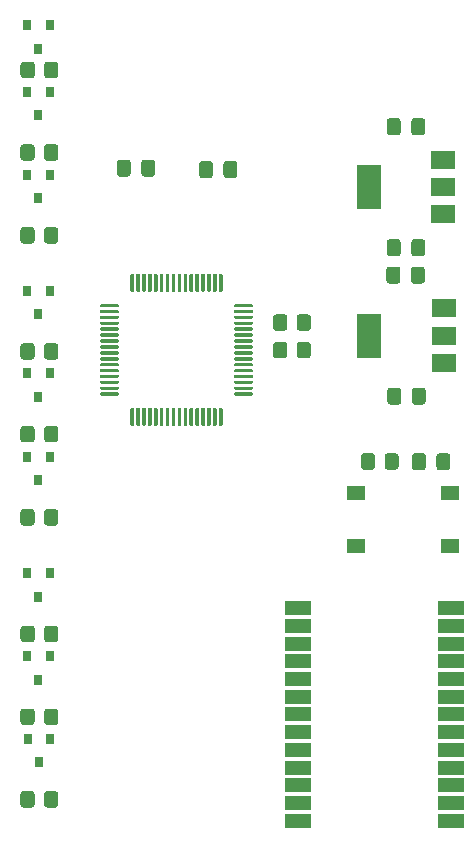
<source format=gbr>
G04 #@! TF.GenerationSoftware,KiCad,Pcbnew,5.1.9*
G04 #@! TF.CreationDate,2021-03-06T22:13:27+08:00*
G04 #@! TF.ProjectId,LaserSwitch-Master,4c617365-7253-4776-9974-63682d4d6173,rev?*
G04 #@! TF.SameCoordinates,Original*
G04 #@! TF.FileFunction,Paste,Top*
G04 #@! TF.FilePolarity,Positive*
%FSLAX46Y46*%
G04 Gerber Fmt 4.6, Leading zero omitted, Abs format (unit mm)*
G04 Created by KiCad (PCBNEW 5.1.9) date 2021-03-06 22:13:27*
%MOMM*%
%LPD*%
G01*
G04 APERTURE LIST*
%ADD10R,2.200000X1.200000*%
%ADD11R,2.000000X1.500000*%
%ADD12R,2.000000X3.800000*%
%ADD13R,1.550000X1.300000*%
%ADD14R,0.800000X0.900000*%
G04 APERTURE END LIST*
G04 #@! TO.C,R11*
G36*
G01*
X137280600Y-93388601D02*
X137280600Y-92488599D01*
G75*
G02*
X137530599Y-92238600I249999J0D01*
G01*
X138230601Y-92238600D01*
G75*
G02*
X138480600Y-92488599I0J-249999D01*
G01*
X138480600Y-93388601D01*
G75*
G02*
X138230601Y-93638600I-249999J0D01*
G01*
X137530599Y-93638600D01*
G75*
G02*
X137280600Y-93388601I0J249999D01*
G01*
G37*
G36*
G01*
X135280600Y-93388601D02*
X135280600Y-92488599D01*
G75*
G02*
X135530599Y-92238600I249999J0D01*
G01*
X136230601Y-92238600D01*
G75*
G02*
X136480600Y-92488599I0J-249999D01*
G01*
X136480600Y-93388601D01*
G75*
G02*
X136230601Y-93638600I-249999J0D01*
G01*
X135530599Y-93638600D01*
G75*
G02*
X135280600Y-93388601I0J249999D01*
G01*
G37*
G04 #@! TD*
G04 #@! TO.C,R12*
G36*
G01*
X136480600Y-94825399D02*
X136480600Y-95725401D01*
G75*
G02*
X136230601Y-95975400I-249999J0D01*
G01*
X135530599Y-95975400D01*
G75*
G02*
X135280600Y-95725401I0J249999D01*
G01*
X135280600Y-94825399D01*
G75*
G02*
X135530599Y-94575400I249999J0D01*
G01*
X136230601Y-94575400D01*
G75*
G02*
X136480600Y-94825399I0J-249999D01*
G01*
G37*
G36*
G01*
X138480600Y-94825399D02*
X138480600Y-95725401D01*
G75*
G02*
X138230601Y-95975400I-249999J0D01*
G01*
X137530599Y-95975400D01*
G75*
G02*
X137280600Y-95725401I0J249999D01*
G01*
X137280600Y-94825399D01*
G75*
G02*
X137530599Y-94575400I249999J0D01*
G01*
X138230601Y-94575400D01*
G75*
G02*
X138480600Y-94825399I0J-249999D01*
G01*
G37*
G04 #@! TD*
G04 #@! TO.C,U4*
G36*
G01*
X132076600Y-91350000D02*
X133476600Y-91350000D01*
G75*
G02*
X133551600Y-91425000I0J-75000D01*
G01*
X133551600Y-91575000D01*
G75*
G02*
X133476600Y-91650000I-75000J0D01*
G01*
X132076600Y-91650000D01*
G75*
G02*
X132001600Y-91575000I0J75000D01*
G01*
X132001600Y-91425000D01*
G75*
G02*
X132076600Y-91350000I75000J0D01*
G01*
G37*
G36*
G01*
X132076600Y-91850000D02*
X133476600Y-91850000D01*
G75*
G02*
X133551600Y-91925000I0J-75000D01*
G01*
X133551600Y-92075000D01*
G75*
G02*
X133476600Y-92150000I-75000J0D01*
G01*
X132076600Y-92150000D01*
G75*
G02*
X132001600Y-92075000I0J75000D01*
G01*
X132001600Y-91925000D01*
G75*
G02*
X132076600Y-91850000I75000J0D01*
G01*
G37*
G36*
G01*
X132076600Y-92350000D02*
X133476600Y-92350000D01*
G75*
G02*
X133551600Y-92425000I0J-75000D01*
G01*
X133551600Y-92575000D01*
G75*
G02*
X133476600Y-92650000I-75000J0D01*
G01*
X132076600Y-92650000D01*
G75*
G02*
X132001600Y-92575000I0J75000D01*
G01*
X132001600Y-92425000D01*
G75*
G02*
X132076600Y-92350000I75000J0D01*
G01*
G37*
G36*
G01*
X132076600Y-92850000D02*
X133476600Y-92850000D01*
G75*
G02*
X133551600Y-92925000I0J-75000D01*
G01*
X133551600Y-93075000D01*
G75*
G02*
X133476600Y-93150000I-75000J0D01*
G01*
X132076600Y-93150000D01*
G75*
G02*
X132001600Y-93075000I0J75000D01*
G01*
X132001600Y-92925000D01*
G75*
G02*
X132076600Y-92850000I75000J0D01*
G01*
G37*
G36*
G01*
X132076600Y-93350000D02*
X133476600Y-93350000D01*
G75*
G02*
X133551600Y-93425000I0J-75000D01*
G01*
X133551600Y-93575000D01*
G75*
G02*
X133476600Y-93650000I-75000J0D01*
G01*
X132076600Y-93650000D01*
G75*
G02*
X132001600Y-93575000I0J75000D01*
G01*
X132001600Y-93425000D01*
G75*
G02*
X132076600Y-93350000I75000J0D01*
G01*
G37*
G36*
G01*
X132076600Y-93850000D02*
X133476600Y-93850000D01*
G75*
G02*
X133551600Y-93925000I0J-75000D01*
G01*
X133551600Y-94075000D01*
G75*
G02*
X133476600Y-94150000I-75000J0D01*
G01*
X132076600Y-94150000D01*
G75*
G02*
X132001600Y-94075000I0J75000D01*
G01*
X132001600Y-93925000D01*
G75*
G02*
X132076600Y-93850000I75000J0D01*
G01*
G37*
G36*
G01*
X132076600Y-94350000D02*
X133476600Y-94350000D01*
G75*
G02*
X133551600Y-94425000I0J-75000D01*
G01*
X133551600Y-94575000D01*
G75*
G02*
X133476600Y-94650000I-75000J0D01*
G01*
X132076600Y-94650000D01*
G75*
G02*
X132001600Y-94575000I0J75000D01*
G01*
X132001600Y-94425000D01*
G75*
G02*
X132076600Y-94350000I75000J0D01*
G01*
G37*
G36*
G01*
X132076600Y-94850000D02*
X133476600Y-94850000D01*
G75*
G02*
X133551600Y-94925000I0J-75000D01*
G01*
X133551600Y-95075000D01*
G75*
G02*
X133476600Y-95150000I-75000J0D01*
G01*
X132076600Y-95150000D01*
G75*
G02*
X132001600Y-95075000I0J75000D01*
G01*
X132001600Y-94925000D01*
G75*
G02*
X132076600Y-94850000I75000J0D01*
G01*
G37*
G36*
G01*
X132076600Y-95350000D02*
X133476600Y-95350000D01*
G75*
G02*
X133551600Y-95425000I0J-75000D01*
G01*
X133551600Y-95575000D01*
G75*
G02*
X133476600Y-95650000I-75000J0D01*
G01*
X132076600Y-95650000D01*
G75*
G02*
X132001600Y-95575000I0J75000D01*
G01*
X132001600Y-95425000D01*
G75*
G02*
X132076600Y-95350000I75000J0D01*
G01*
G37*
G36*
G01*
X132076600Y-95850000D02*
X133476600Y-95850000D01*
G75*
G02*
X133551600Y-95925000I0J-75000D01*
G01*
X133551600Y-96075000D01*
G75*
G02*
X133476600Y-96150000I-75000J0D01*
G01*
X132076600Y-96150000D01*
G75*
G02*
X132001600Y-96075000I0J75000D01*
G01*
X132001600Y-95925000D01*
G75*
G02*
X132076600Y-95850000I75000J0D01*
G01*
G37*
G36*
G01*
X132076600Y-96350000D02*
X133476600Y-96350000D01*
G75*
G02*
X133551600Y-96425000I0J-75000D01*
G01*
X133551600Y-96575000D01*
G75*
G02*
X133476600Y-96650000I-75000J0D01*
G01*
X132076600Y-96650000D01*
G75*
G02*
X132001600Y-96575000I0J75000D01*
G01*
X132001600Y-96425000D01*
G75*
G02*
X132076600Y-96350000I75000J0D01*
G01*
G37*
G36*
G01*
X132076600Y-96850000D02*
X133476600Y-96850000D01*
G75*
G02*
X133551600Y-96925000I0J-75000D01*
G01*
X133551600Y-97075000D01*
G75*
G02*
X133476600Y-97150000I-75000J0D01*
G01*
X132076600Y-97150000D01*
G75*
G02*
X132001600Y-97075000I0J75000D01*
G01*
X132001600Y-96925000D01*
G75*
G02*
X132076600Y-96850000I75000J0D01*
G01*
G37*
G36*
G01*
X132076600Y-97350000D02*
X133476600Y-97350000D01*
G75*
G02*
X133551600Y-97425000I0J-75000D01*
G01*
X133551600Y-97575000D01*
G75*
G02*
X133476600Y-97650000I-75000J0D01*
G01*
X132076600Y-97650000D01*
G75*
G02*
X132001600Y-97575000I0J75000D01*
G01*
X132001600Y-97425000D01*
G75*
G02*
X132076600Y-97350000I75000J0D01*
G01*
G37*
G36*
G01*
X132076600Y-97850000D02*
X133476600Y-97850000D01*
G75*
G02*
X133551600Y-97925000I0J-75000D01*
G01*
X133551600Y-98075000D01*
G75*
G02*
X133476600Y-98150000I-75000J0D01*
G01*
X132076600Y-98150000D01*
G75*
G02*
X132001600Y-98075000I0J75000D01*
G01*
X132001600Y-97925000D01*
G75*
G02*
X132076600Y-97850000I75000J0D01*
G01*
G37*
G36*
G01*
X132076600Y-98350000D02*
X133476600Y-98350000D01*
G75*
G02*
X133551600Y-98425000I0J-75000D01*
G01*
X133551600Y-98575000D01*
G75*
G02*
X133476600Y-98650000I-75000J0D01*
G01*
X132076600Y-98650000D01*
G75*
G02*
X132001600Y-98575000I0J75000D01*
G01*
X132001600Y-98425000D01*
G75*
G02*
X132076600Y-98350000I75000J0D01*
G01*
G37*
G36*
G01*
X132076600Y-98850000D02*
X133476600Y-98850000D01*
G75*
G02*
X133551600Y-98925000I0J-75000D01*
G01*
X133551600Y-99075000D01*
G75*
G02*
X133476600Y-99150000I-75000J0D01*
G01*
X132076600Y-99150000D01*
G75*
G02*
X132001600Y-99075000I0J75000D01*
G01*
X132001600Y-98925000D01*
G75*
G02*
X132076600Y-98850000I75000J0D01*
G01*
G37*
G36*
G01*
X130776600Y-100150000D02*
X130926600Y-100150000D01*
G75*
G02*
X131001600Y-100225000I0J-75000D01*
G01*
X131001600Y-101625000D01*
G75*
G02*
X130926600Y-101700000I-75000J0D01*
G01*
X130776600Y-101700000D01*
G75*
G02*
X130701600Y-101625000I0J75000D01*
G01*
X130701600Y-100225000D01*
G75*
G02*
X130776600Y-100150000I75000J0D01*
G01*
G37*
G36*
G01*
X130276600Y-100150000D02*
X130426600Y-100150000D01*
G75*
G02*
X130501600Y-100225000I0J-75000D01*
G01*
X130501600Y-101625000D01*
G75*
G02*
X130426600Y-101700000I-75000J0D01*
G01*
X130276600Y-101700000D01*
G75*
G02*
X130201600Y-101625000I0J75000D01*
G01*
X130201600Y-100225000D01*
G75*
G02*
X130276600Y-100150000I75000J0D01*
G01*
G37*
G36*
G01*
X129776600Y-100150000D02*
X129926600Y-100150000D01*
G75*
G02*
X130001600Y-100225000I0J-75000D01*
G01*
X130001600Y-101625000D01*
G75*
G02*
X129926600Y-101700000I-75000J0D01*
G01*
X129776600Y-101700000D01*
G75*
G02*
X129701600Y-101625000I0J75000D01*
G01*
X129701600Y-100225000D01*
G75*
G02*
X129776600Y-100150000I75000J0D01*
G01*
G37*
G36*
G01*
X129276600Y-100150000D02*
X129426600Y-100150000D01*
G75*
G02*
X129501600Y-100225000I0J-75000D01*
G01*
X129501600Y-101625000D01*
G75*
G02*
X129426600Y-101700000I-75000J0D01*
G01*
X129276600Y-101700000D01*
G75*
G02*
X129201600Y-101625000I0J75000D01*
G01*
X129201600Y-100225000D01*
G75*
G02*
X129276600Y-100150000I75000J0D01*
G01*
G37*
G36*
G01*
X128776600Y-100150000D02*
X128926600Y-100150000D01*
G75*
G02*
X129001600Y-100225000I0J-75000D01*
G01*
X129001600Y-101625000D01*
G75*
G02*
X128926600Y-101700000I-75000J0D01*
G01*
X128776600Y-101700000D01*
G75*
G02*
X128701600Y-101625000I0J75000D01*
G01*
X128701600Y-100225000D01*
G75*
G02*
X128776600Y-100150000I75000J0D01*
G01*
G37*
G36*
G01*
X128276600Y-100150000D02*
X128426600Y-100150000D01*
G75*
G02*
X128501600Y-100225000I0J-75000D01*
G01*
X128501600Y-101625000D01*
G75*
G02*
X128426600Y-101700000I-75000J0D01*
G01*
X128276600Y-101700000D01*
G75*
G02*
X128201600Y-101625000I0J75000D01*
G01*
X128201600Y-100225000D01*
G75*
G02*
X128276600Y-100150000I75000J0D01*
G01*
G37*
G36*
G01*
X127776600Y-100150000D02*
X127926600Y-100150000D01*
G75*
G02*
X128001600Y-100225000I0J-75000D01*
G01*
X128001600Y-101625000D01*
G75*
G02*
X127926600Y-101700000I-75000J0D01*
G01*
X127776600Y-101700000D01*
G75*
G02*
X127701600Y-101625000I0J75000D01*
G01*
X127701600Y-100225000D01*
G75*
G02*
X127776600Y-100150000I75000J0D01*
G01*
G37*
G36*
G01*
X127276600Y-100150000D02*
X127426600Y-100150000D01*
G75*
G02*
X127501600Y-100225000I0J-75000D01*
G01*
X127501600Y-101625000D01*
G75*
G02*
X127426600Y-101700000I-75000J0D01*
G01*
X127276600Y-101700000D01*
G75*
G02*
X127201600Y-101625000I0J75000D01*
G01*
X127201600Y-100225000D01*
G75*
G02*
X127276600Y-100150000I75000J0D01*
G01*
G37*
G36*
G01*
X126776600Y-100150000D02*
X126926600Y-100150000D01*
G75*
G02*
X127001600Y-100225000I0J-75000D01*
G01*
X127001600Y-101625000D01*
G75*
G02*
X126926600Y-101700000I-75000J0D01*
G01*
X126776600Y-101700000D01*
G75*
G02*
X126701600Y-101625000I0J75000D01*
G01*
X126701600Y-100225000D01*
G75*
G02*
X126776600Y-100150000I75000J0D01*
G01*
G37*
G36*
G01*
X126276600Y-100150000D02*
X126426600Y-100150000D01*
G75*
G02*
X126501600Y-100225000I0J-75000D01*
G01*
X126501600Y-101625000D01*
G75*
G02*
X126426600Y-101700000I-75000J0D01*
G01*
X126276600Y-101700000D01*
G75*
G02*
X126201600Y-101625000I0J75000D01*
G01*
X126201600Y-100225000D01*
G75*
G02*
X126276600Y-100150000I75000J0D01*
G01*
G37*
G36*
G01*
X125776600Y-100150000D02*
X125926600Y-100150000D01*
G75*
G02*
X126001600Y-100225000I0J-75000D01*
G01*
X126001600Y-101625000D01*
G75*
G02*
X125926600Y-101700000I-75000J0D01*
G01*
X125776600Y-101700000D01*
G75*
G02*
X125701600Y-101625000I0J75000D01*
G01*
X125701600Y-100225000D01*
G75*
G02*
X125776600Y-100150000I75000J0D01*
G01*
G37*
G36*
G01*
X125276600Y-100150000D02*
X125426600Y-100150000D01*
G75*
G02*
X125501600Y-100225000I0J-75000D01*
G01*
X125501600Y-101625000D01*
G75*
G02*
X125426600Y-101700000I-75000J0D01*
G01*
X125276600Y-101700000D01*
G75*
G02*
X125201600Y-101625000I0J75000D01*
G01*
X125201600Y-100225000D01*
G75*
G02*
X125276600Y-100150000I75000J0D01*
G01*
G37*
G36*
G01*
X124776600Y-100150000D02*
X124926600Y-100150000D01*
G75*
G02*
X125001600Y-100225000I0J-75000D01*
G01*
X125001600Y-101625000D01*
G75*
G02*
X124926600Y-101700000I-75000J0D01*
G01*
X124776600Y-101700000D01*
G75*
G02*
X124701600Y-101625000I0J75000D01*
G01*
X124701600Y-100225000D01*
G75*
G02*
X124776600Y-100150000I75000J0D01*
G01*
G37*
G36*
G01*
X124276600Y-100150000D02*
X124426600Y-100150000D01*
G75*
G02*
X124501600Y-100225000I0J-75000D01*
G01*
X124501600Y-101625000D01*
G75*
G02*
X124426600Y-101700000I-75000J0D01*
G01*
X124276600Y-101700000D01*
G75*
G02*
X124201600Y-101625000I0J75000D01*
G01*
X124201600Y-100225000D01*
G75*
G02*
X124276600Y-100150000I75000J0D01*
G01*
G37*
G36*
G01*
X123776600Y-100150000D02*
X123926600Y-100150000D01*
G75*
G02*
X124001600Y-100225000I0J-75000D01*
G01*
X124001600Y-101625000D01*
G75*
G02*
X123926600Y-101700000I-75000J0D01*
G01*
X123776600Y-101700000D01*
G75*
G02*
X123701600Y-101625000I0J75000D01*
G01*
X123701600Y-100225000D01*
G75*
G02*
X123776600Y-100150000I75000J0D01*
G01*
G37*
G36*
G01*
X123276600Y-100150000D02*
X123426600Y-100150000D01*
G75*
G02*
X123501600Y-100225000I0J-75000D01*
G01*
X123501600Y-101625000D01*
G75*
G02*
X123426600Y-101700000I-75000J0D01*
G01*
X123276600Y-101700000D01*
G75*
G02*
X123201600Y-101625000I0J75000D01*
G01*
X123201600Y-100225000D01*
G75*
G02*
X123276600Y-100150000I75000J0D01*
G01*
G37*
G36*
G01*
X120726600Y-98850000D02*
X122126600Y-98850000D01*
G75*
G02*
X122201600Y-98925000I0J-75000D01*
G01*
X122201600Y-99075000D01*
G75*
G02*
X122126600Y-99150000I-75000J0D01*
G01*
X120726600Y-99150000D01*
G75*
G02*
X120651600Y-99075000I0J75000D01*
G01*
X120651600Y-98925000D01*
G75*
G02*
X120726600Y-98850000I75000J0D01*
G01*
G37*
G36*
G01*
X120726600Y-98350000D02*
X122126600Y-98350000D01*
G75*
G02*
X122201600Y-98425000I0J-75000D01*
G01*
X122201600Y-98575000D01*
G75*
G02*
X122126600Y-98650000I-75000J0D01*
G01*
X120726600Y-98650000D01*
G75*
G02*
X120651600Y-98575000I0J75000D01*
G01*
X120651600Y-98425000D01*
G75*
G02*
X120726600Y-98350000I75000J0D01*
G01*
G37*
G36*
G01*
X120726600Y-97850000D02*
X122126600Y-97850000D01*
G75*
G02*
X122201600Y-97925000I0J-75000D01*
G01*
X122201600Y-98075000D01*
G75*
G02*
X122126600Y-98150000I-75000J0D01*
G01*
X120726600Y-98150000D01*
G75*
G02*
X120651600Y-98075000I0J75000D01*
G01*
X120651600Y-97925000D01*
G75*
G02*
X120726600Y-97850000I75000J0D01*
G01*
G37*
G36*
G01*
X120726600Y-97350000D02*
X122126600Y-97350000D01*
G75*
G02*
X122201600Y-97425000I0J-75000D01*
G01*
X122201600Y-97575000D01*
G75*
G02*
X122126600Y-97650000I-75000J0D01*
G01*
X120726600Y-97650000D01*
G75*
G02*
X120651600Y-97575000I0J75000D01*
G01*
X120651600Y-97425000D01*
G75*
G02*
X120726600Y-97350000I75000J0D01*
G01*
G37*
G36*
G01*
X120726600Y-96850000D02*
X122126600Y-96850000D01*
G75*
G02*
X122201600Y-96925000I0J-75000D01*
G01*
X122201600Y-97075000D01*
G75*
G02*
X122126600Y-97150000I-75000J0D01*
G01*
X120726600Y-97150000D01*
G75*
G02*
X120651600Y-97075000I0J75000D01*
G01*
X120651600Y-96925000D01*
G75*
G02*
X120726600Y-96850000I75000J0D01*
G01*
G37*
G36*
G01*
X120726600Y-96350000D02*
X122126600Y-96350000D01*
G75*
G02*
X122201600Y-96425000I0J-75000D01*
G01*
X122201600Y-96575000D01*
G75*
G02*
X122126600Y-96650000I-75000J0D01*
G01*
X120726600Y-96650000D01*
G75*
G02*
X120651600Y-96575000I0J75000D01*
G01*
X120651600Y-96425000D01*
G75*
G02*
X120726600Y-96350000I75000J0D01*
G01*
G37*
G36*
G01*
X120726600Y-95850000D02*
X122126600Y-95850000D01*
G75*
G02*
X122201600Y-95925000I0J-75000D01*
G01*
X122201600Y-96075000D01*
G75*
G02*
X122126600Y-96150000I-75000J0D01*
G01*
X120726600Y-96150000D01*
G75*
G02*
X120651600Y-96075000I0J75000D01*
G01*
X120651600Y-95925000D01*
G75*
G02*
X120726600Y-95850000I75000J0D01*
G01*
G37*
G36*
G01*
X120726600Y-95350000D02*
X122126600Y-95350000D01*
G75*
G02*
X122201600Y-95425000I0J-75000D01*
G01*
X122201600Y-95575000D01*
G75*
G02*
X122126600Y-95650000I-75000J0D01*
G01*
X120726600Y-95650000D01*
G75*
G02*
X120651600Y-95575000I0J75000D01*
G01*
X120651600Y-95425000D01*
G75*
G02*
X120726600Y-95350000I75000J0D01*
G01*
G37*
G36*
G01*
X120726600Y-94850000D02*
X122126600Y-94850000D01*
G75*
G02*
X122201600Y-94925000I0J-75000D01*
G01*
X122201600Y-95075000D01*
G75*
G02*
X122126600Y-95150000I-75000J0D01*
G01*
X120726600Y-95150000D01*
G75*
G02*
X120651600Y-95075000I0J75000D01*
G01*
X120651600Y-94925000D01*
G75*
G02*
X120726600Y-94850000I75000J0D01*
G01*
G37*
G36*
G01*
X120726600Y-94350000D02*
X122126600Y-94350000D01*
G75*
G02*
X122201600Y-94425000I0J-75000D01*
G01*
X122201600Y-94575000D01*
G75*
G02*
X122126600Y-94650000I-75000J0D01*
G01*
X120726600Y-94650000D01*
G75*
G02*
X120651600Y-94575000I0J75000D01*
G01*
X120651600Y-94425000D01*
G75*
G02*
X120726600Y-94350000I75000J0D01*
G01*
G37*
G36*
G01*
X120726600Y-93850000D02*
X122126600Y-93850000D01*
G75*
G02*
X122201600Y-93925000I0J-75000D01*
G01*
X122201600Y-94075000D01*
G75*
G02*
X122126600Y-94150000I-75000J0D01*
G01*
X120726600Y-94150000D01*
G75*
G02*
X120651600Y-94075000I0J75000D01*
G01*
X120651600Y-93925000D01*
G75*
G02*
X120726600Y-93850000I75000J0D01*
G01*
G37*
G36*
G01*
X120726600Y-93350000D02*
X122126600Y-93350000D01*
G75*
G02*
X122201600Y-93425000I0J-75000D01*
G01*
X122201600Y-93575000D01*
G75*
G02*
X122126600Y-93650000I-75000J0D01*
G01*
X120726600Y-93650000D01*
G75*
G02*
X120651600Y-93575000I0J75000D01*
G01*
X120651600Y-93425000D01*
G75*
G02*
X120726600Y-93350000I75000J0D01*
G01*
G37*
G36*
G01*
X120726600Y-92850000D02*
X122126600Y-92850000D01*
G75*
G02*
X122201600Y-92925000I0J-75000D01*
G01*
X122201600Y-93075000D01*
G75*
G02*
X122126600Y-93150000I-75000J0D01*
G01*
X120726600Y-93150000D01*
G75*
G02*
X120651600Y-93075000I0J75000D01*
G01*
X120651600Y-92925000D01*
G75*
G02*
X120726600Y-92850000I75000J0D01*
G01*
G37*
G36*
G01*
X120726600Y-92350000D02*
X122126600Y-92350000D01*
G75*
G02*
X122201600Y-92425000I0J-75000D01*
G01*
X122201600Y-92575000D01*
G75*
G02*
X122126600Y-92650000I-75000J0D01*
G01*
X120726600Y-92650000D01*
G75*
G02*
X120651600Y-92575000I0J75000D01*
G01*
X120651600Y-92425000D01*
G75*
G02*
X120726600Y-92350000I75000J0D01*
G01*
G37*
G36*
G01*
X120726600Y-91850000D02*
X122126600Y-91850000D01*
G75*
G02*
X122201600Y-91925000I0J-75000D01*
G01*
X122201600Y-92075000D01*
G75*
G02*
X122126600Y-92150000I-75000J0D01*
G01*
X120726600Y-92150000D01*
G75*
G02*
X120651600Y-92075000I0J75000D01*
G01*
X120651600Y-91925000D01*
G75*
G02*
X120726600Y-91850000I75000J0D01*
G01*
G37*
G36*
G01*
X120726600Y-91350000D02*
X122126600Y-91350000D01*
G75*
G02*
X122201600Y-91425000I0J-75000D01*
G01*
X122201600Y-91575000D01*
G75*
G02*
X122126600Y-91650000I-75000J0D01*
G01*
X120726600Y-91650000D01*
G75*
G02*
X120651600Y-91575000I0J75000D01*
G01*
X120651600Y-91425000D01*
G75*
G02*
X120726600Y-91350000I75000J0D01*
G01*
G37*
G36*
G01*
X123276600Y-88800000D02*
X123426600Y-88800000D01*
G75*
G02*
X123501600Y-88875000I0J-75000D01*
G01*
X123501600Y-90275000D01*
G75*
G02*
X123426600Y-90350000I-75000J0D01*
G01*
X123276600Y-90350000D01*
G75*
G02*
X123201600Y-90275000I0J75000D01*
G01*
X123201600Y-88875000D01*
G75*
G02*
X123276600Y-88800000I75000J0D01*
G01*
G37*
G36*
G01*
X123776600Y-88800000D02*
X123926600Y-88800000D01*
G75*
G02*
X124001600Y-88875000I0J-75000D01*
G01*
X124001600Y-90275000D01*
G75*
G02*
X123926600Y-90350000I-75000J0D01*
G01*
X123776600Y-90350000D01*
G75*
G02*
X123701600Y-90275000I0J75000D01*
G01*
X123701600Y-88875000D01*
G75*
G02*
X123776600Y-88800000I75000J0D01*
G01*
G37*
G36*
G01*
X124276600Y-88800000D02*
X124426600Y-88800000D01*
G75*
G02*
X124501600Y-88875000I0J-75000D01*
G01*
X124501600Y-90275000D01*
G75*
G02*
X124426600Y-90350000I-75000J0D01*
G01*
X124276600Y-90350000D01*
G75*
G02*
X124201600Y-90275000I0J75000D01*
G01*
X124201600Y-88875000D01*
G75*
G02*
X124276600Y-88800000I75000J0D01*
G01*
G37*
G36*
G01*
X124776600Y-88800000D02*
X124926600Y-88800000D01*
G75*
G02*
X125001600Y-88875000I0J-75000D01*
G01*
X125001600Y-90275000D01*
G75*
G02*
X124926600Y-90350000I-75000J0D01*
G01*
X124776600Y-90350000D01*
G75*
G02*
X124701600Y-90275000I0J75000D01*
G01*
X124701600Y-88875000D01*
G75*
G02*
X124776600Y-88800000I75000J0D01*
G01*
G37*
G36*
G01*
X125276600Y-88800000D02*
X125426600Y-88800000D01*
G75*
G02*
X125501600Y-88875000I0J-75000D01*
G01*
X125501600Y-90275000D01*
G75*
G02*
X125426600Y-90350000I-75000J0D01*
G01*
X125276600Y-90350000D01*
G75*
G02*
X125201600Y-90275000I0J75000D01*
G01*
X125201600Y-88875000D01*
G75*
G02*
X125276600Y-88800000I75000J0D01*
G01*
G37*
G36*
G01*
X125776600Y-88800000D02*
X125926600Y-88800000D01*
G75*
G02*
X126001600Y-88875000I0J-75000D01*
G01*
X126001600Y-90275000D01*
G75*
G02*
X125926600Y-90350000I-75000J0D01*
G01*
X125776600Y-90350000D01*
G75*
G02*
X125701600Y-90275000I0J75000D01*
G01*
X125701600Y-88875000D01*
G75*
G02*
X125776600Y-88800000I75000J0D01*
G01*
G37*
G36*
G01*
X126276600Y-88800000D02*
X126426600Y-88800000D01*
G75*
G02*
X126501600Y-88875000I0J-75000D01*
G01*
X126501600Y-90275000D01*
G75*
G02*
X126426600Y-90350000I-75000J0D01*
G01*
X126276600Y-90350000D01*
G75*
G02*
X126201600Y-90275000I0J75000D01*
G01*
X126201600Y-88875000D01*
G75*
G02*
X126276600Y-88800000I75000J0D01*
G01*
G37*
G36*
G01*
X126776600Y-88800000D02*
X126926600Y-88800000D01*
G75*
G02*
X127001600Y-88875000I0J-75000D01*
G01*
X127001600Y-90275000D01*
G75*
G02*
X126926600Y-90350000I-75000J0D01*
G01*
X126776600Y-90350000D01*
G75*
G02*
X126701600Y-90275000I0J75000D01*
G01*
X126701600Y-88875000D01*
G75*
G02*
X126776600Y-88800000I75000J0D01*
G01*
G37*
G36*
G01*
X127276600Y-88800000D02*
X127426600Y-88800000D01*
G75*
G02*
X127501600Y-88875000I0J-75000D01*
G01*
X127501600Y-90275000D01*
G75*
G02*
X127426600Y-90350000I-75000J0D01*
G01*
X127276600Y-90350000D01*
G75*
G02*
X127201600Y-90275000I0J75000D01*
G01*
X127201600Y-88875000D01*
G75*
G02*
X127276600Y-88800000I75000J0D01*
G01*
G37*
G36*
G01*
X127776600Y-88800000D02*
X127926600Y-88800000D01*
G75*
G02*
X128001600Y-88875000I0J-75000D01*
G01*
X128001600Y-90275000D01*
G75*
G02*
X127926600Y-90350000I-75000J0D01*
G01*
X127776600Y-90350000D01*
G75*
G02*
X127701600Y-90275000I0J75000D01*
G01*
X127701600Y-88875000D01*
G75*
G02*
X127776600Y-88800000I75000J0D01*
G01*
G37*
G36*
G01*
X128276600Y-88800000D02*
X128426600Y-88800000D01*
G75*
G02*
X128501600Y-88875000I0J-75000D01*
G01*
X128501600Y-90275000D01*
G75*
G02*
X128426600Y-90350000I-75000J0D01*
G01*
X128276600Y-90350000D01*
G75*
G02*
X128201600Y-90275000I0J75000D01*
G01*
X128201600Y-88875000D01*
G75*
G02*
X128276600Y-88800000I75000J0D01*
G01*
G37*
G36*
G01*
X128776600Y-88800000D02*
X128926600Y-88800000D01*
G75*
G02*
X129001600Y-88875000I0J-75000D01*
G01*
X129001600Y-90275000D01*
G75*
G02*
X128926600Y-90350000I-75000J0D01*
G01*
X128776600Y-90350000D01*
G75*
G02*
X128701600Y-90275000I0J75000D01*
G01*
X128701600Y-88875000D01*
G75*
G02*
X128776600Y-88800000I75000J0D01*
G01*
G37*
G36*
G01*
X129276600Y-88800000D02*
X129426600Y-88800000D01*
G75*
G02*
X129501600Y-88875000I0J-75000D01*
G01*
X129501600Y-90275000D01*
G75*
G02*
X129426600Y-90350000I-75000J0D01*
G01*
X129276600Y-90350000D01*
G75*
G02*
X129201600Y-90275000I0J75000D01*
G01*
X129201600Y-88875000D01*
G75*
G02*
X129276600Y-88800000I75000J0D01*
G01*
G37*
G36*
G01*
X129776600Y-88800000D02*
X129926600Y-88800000D01*
G75*
G02*
X130001600Y-88875000I0J-75000D01*
G01*
X130001600Y-90275000D01*
G75*
G02*
X129926600Y-90350000I-75000J0D01*
G01*
X129776600Y-90350000D01*
G75*
G02*
X129701600Y-90275000I0J75000D01*
G01*
X129701600Y-88875000D01*
G75*
G02*
X129776600Y-88800000I75000J0D01*
G01*
G37*
G36*
G01*
X130276600Y-88800000D02*
X130426600Y-88800000D01*
G75*
G02*
X130501600Y-88875000I0J-75000D01*
G01*
X130501600Y-90275000D01*
G75*
G02*
X130426600Y-90350000I-75000J0D01*
G01*
X130276600Y-90350000D01*
G75*
G02*
X130201600Y-90275000I0J75000D01*
G01*
X130201600Y-88875000D01*
G75*
G02*
X130276600Y-88800000I75000J0D01*
G01*
G37*
G36*
G01*
X130776600Y-88800000D02*
X130926600Y-88800000D01*
G75*
G02*
X131001600Y-88875000I0J-75000D01*
G01*
X131001600Y-90275000D01*
G75*
G02*
X130926600Y-90350000I-75000J0D01*
G01*
X130776600Y-90350000D01*
G75*
G02*
X130701600Y-90275000I0J75000D01*
G01*
X130701600Y-88875000D01*
G75*
G02*
X130776600Y-88800000I75000J0D01*
G01*
G37*
G04 #@! TD*
D10*
G04 #@! TO.C,U3*
X150365600Y-117111000D03*
X137365600Y-117111000D03*
X150365600Y-118611000D03*
X137365600Y-118611000D03*
X150365600Y-120111000D03*
X137365600Y-120111000D03*
X150365600Y-121611000D03*
X137365600Y-121611000D03*
X150365600Y-123111000D03*
X137365600Y-123111000D03*
X150365600Y-124611000D03*
X137365600Y-124611000D03*
X150365600Y-126111000D03*
X137365600Y-126111000D03*
X150365600Y-127611000D03*
X137365600Y-127611000D03*
X150365600Y-129111000D03*
X137365600Y-129111000D03*
X150365600Y-130611000D03*
X137365600Y-130611000D03*
X150365600Y-132111000D03*
X137365600Y-132111000D03*
X150365600Y-133611000D03*
X137365600Y-133611000D03*
X150365600Y-135111000D03*
X137365600Y-135111000D03*
G04 #@! TD*
D11*
G04 #@! TO.C,U2*
X149733400Y-96340200D03*
X149733400Y-91740200D03*
X149733400Y-94040200D03*
D12*
X143433400Y-94040200D03*
G04 #@! TD*
D11*
G04 #@! TO.C,U1*
X149682600Y-83773800D03*
X149682600Y-79173800D03*
X149682600Y-81473800D03*
D12*
X143382600Y-81473800D03*
G04 #@! TD*
D13*
G04 #@! TO.C,SW1*
X150233600Y-111824600D03*
X150233600Y-107324600D03*
X142273600Y-107324600D03*
X142273600Y-111824600D03*
G04 #@! TD*
G04 #@! TO.C,R10*
G36*
G01*
X115893800Y-133749201D02*
X115893800Y-132849199D01*
G75*
G02*
X116143799Y-132599200I249999J0D01*
G01*
X116843801Y-132599200D01*
G75*
G02*
X117093800Y-132849199I0J-249999D01*
G01*
X117093800Y-133749201D01*
G75*
G02*
X116843801Y-133999200I-249999J0D01*
G01*
X116143799Y-133999200D01*
G75*
G02*
X115893800Y-133749201I0J249999D01*
G01*
G37*
G36*
G01*
X113893800Y-133749201D02*
X113893800Y-132849199D01*
G75*
G02*
X114143799Y-132599200I249999J0D01*
G01*
X114843801Y-132599200D01*
G75*
G02*
X115093800Y-132849199I0J-249999D01*
G01*
X115093800Y-133749201D01*
G75*
G02*
X114843801Y-133999200I-249999J0D01*
G01*
X114143799Y-133999200D01*
G75*
G02*
X113893800Y-133749201I0J249999D01*
G01*
G37*
G04 #@! TD*
G04 #@! TO.C,R9*
G36*
G01*
X115893800Y-126764201D02*
X115893800Y-125864199D01*
G75*
G02*
X116143799Y-125614200I249999J0D01*
G01*
X116843801Y-125614200D01*
G75*
G02*
X117093800Y-125864199I0J-249999D01*
G01*
X117093800Y-126764201D01*
G75*
G02*
X116843801Y-127014200I-249999J0D01*
G01*
X116143799Y-127014200D01*
G75*
G02*
X115893800Y-126764201I0J249999D01*
G01*
G37*
G36*
G01*
X113893800Y-126764201D02*
X113893800Y-125864199D01*
G75*
G02*
X114143799Y-125614200I249999J0D01*
G01*
X114843801Y-125614200D01*
G75*
G02*
X115093800Y-125864199I0J-249999D01*
G01*
X115093800Y-126764201D01*
G75*
G02*
X114843801Y-127014200I-249999J0D01*
G01*
X114143799Y-127014200D01*
G75*
G02*
X113893800Y-126764201I0J249999D01*
G01*
G37*
G04 #@! TD*
G04 #@! TO.C,R8*
G36*
G01*
X115893800Y-119753801D02*
X115893800Y-118853799D01*
G75*
G02*
X116143799Y-118603800I249999J0D01*
G01*
X116843801Y-118603800D01*
G75*
G02*
X117093800Y-118853799I0J-249999D01*
G01*
X117093800Y-119753801D01*
G75*
G02*
X116843801Y-120003800I-249999J0D01*
G01*
X116143799Y-120003800D01*
G75*
G02*
X115893800Y-119753801I0J249999D01*
G01*
G37*
G36*
G01*
X113893800Y-119753801D02*
X113893800Y-118853799D01*
G75*
G02*
X114143799Y-118603800I249999J0D01*
G01*
X114843801Y-118603800D01*
G75*
G02*
X115093800Y-118853799I0J-249999D01*
G01*
X115093800Y-119753801D01*
G75*
G02*
X114843801Y-120003800I-249999J0D01*
G01*
X114143799Y-120003800D01*
G75*
G02*
X113893800Y-119753801I0J249999D01*
G01*
G37*
G04 #@! TD*
G04 #@! TO.C,R7*
G36*
G01*
X115893800Y-109873201D02*
X115893800Y-108973199D01*
G75*
G02*
X116143799Y-108723200I249999J0D01*
G01*
X116843801Y-108723200D01*
G75*
G02*
X117093800Y-108973199I0J-249999D01*
G01*
X117093800Y-109873201D01*
G75*
G02*
X116843801Y-110123200I-249999J0D01*
G01*
X116143799Y-110123200D01*
G75*
G02*
X115893800Y-109873201I0J249999D01*
G01*
G37*
G36*
G01*
X113893800Y-109873201D02*
X113893800Y-108973199D01*
G75*
G02*
X114143799Y-108723200I249999J0D01*
G01*
X114843801Y-108723200D01*
G75*
G02*
X115093800Y-108973199I0J-249999D01*
G01*
X115093800Y-109873201D01*
G75*
G02*
X114843801Y-110123200I-249999J0D01*
G01*
X114143799Y-110123200D01*
G75*
G02*
X113893800Y-109873201I0J249999D01*
G01*
G37*
G04 #@! TD*
G04 #@! TO.C,R6*
G36*
G01*
X115893800Y-102837401D02*
X115893800Y-101937399D01*
G75*
G02*
X116143799Y-101687400I249999J0D01*
G01*
X116843801Y-101687400D01*
G75*
G02*
X117093800Y-101937399I0J-249999D01*
G01*
X117093800Y-102837401D01*
G75*
G02*
X116843801Y-103087400I-249999J0D01*
G01*
X116143799Y-103087400D01*
G75*
G02*
X115893800Y-102837401I0J249999D01*
G01*
G37*
G36*
G01*
X113893800Y-102837401D02*
X113893800Y-101937399D01*
G75*
G02*
X114143799Y-101687400I249999J0D01*
G01*
X114843801Y-101687400D01*
G75*
G02*
X115093800Y-101937399I0J-249999D01*
G01*
X115093800Y-102837401D01*
G75*
G02*
X114843801Y-103087400I-249999J0D01*
G01*
X114143799Y-103087400D01*
G75*
G02*
X113893800Y-102837401I0J249999D01*
G01*
G37*
G04 #@! TD*
G04 #@! TO.C,R5*
G36*
G01*
X115893800Y-95827001D02*
X115893800Y-94926999D01*
G75*
G02*
X116143799Y-94677000I249999J0D01*
G01*
X116843801Y-94677000D01*
G75*
G02*
X117093800Y-94926999I0J-249999D01*
G01*
X117093800Y-95827001D01*
G75*
G02*
X116843801Y-96077000I-249999J0D01*
G01*
X116143799Y-96077000D01*
G75*
G02*
X115893800Y-95827001I0J249999D01*
G01*
G37*
G36*
G01*
X113893800Y-95827001D02*
X113893800Y-94926999D01*
G75*
G02*
X114143799Y-94677000I249999J0D01*
G01*
X114843801Y-94677000D01*
G75*
G02*
X115093800Y-94926999I0J-249999D01*
G01*
X115093800Y-95827001D01*
G75*
G02*
X114843801Y-96077000I-249999J0D01*
G01*
X114143799Y-96077000D01*
G75*
G02*
X113893800Y-95827001I0J249999D01*
G01*
G37*
G04 #@! TD*
G04 #@! TO.C,R4*
G36*
G01*
X115893800Y-85997201D02*
X115893800Y-85097199D01*
G75*
G02*
X116143799Y-84847200I249999J0D01*
G01*
X116843801Y-84847200D01*
G75*
G02*
X117093800Y-85097199I0J-249999D01*
G01*
X117093800Y-85997201D01*
G75*
G02*
X116843801Y-86247200I-249999J0D01*
G01*
X116143799Y-86247200D01*
G75*
G02*
X115893800Y-85997201I0J249999D01*
G01*
G37*
G36*
G01*
X113893800Y-85997201D02*
X113893800Y-85097199D01*
G75*
G02*
X114143799Y-84847200I249999J0D01*
G01*
X114843801Y-84847200D01*
G75*
G02*
X115093800Y-85097199I0J-249999D01*
G01*
X115093800Y-85997201D01*
G75*
G02*
X114843801Y-86247200I-249999J0D01*
G01*
X114143799Y-86247200D01*
G75*
G02*
X113893800Y-85997201I0J249999D01*
G01*
G37*
G04 #@! TD*
G04 #@! TO.C,R3*
G36*
G01*
X115893800Y-78986801D02*
X115893800Y-78086799D01*
G75*
G02*
X116143799Y-77836800I249999J0D01*
G01*
X116843801Y-77836800D01*
G75*
G02*
X117093800Y-78086799I0J-249999D01*
G01*
X117093800Y-78986801D01*
G75*
G02*
X116843801Y-79236800I-249999J0D01*
G01*
X116143799Y-79236800D01*
G75*
G02*
X115893800Y-78986801I0J249999D01*
G01*
G37*
G36*
G01*
X113893800Y-78986801D02*
X113893800Y-78086799D01*
G75*
G02*
X114143799Y-77836800I249999J0D01*
G01*
X114843801Y-77836800D01*
G75*
G02*
X115093800Y-78086799I0J-249999D01*
G01*
X115093800Y-78986801D01*
G75*
G02*
X114843801Y-79236800I-249999J0D01*
G01*
X114143799Y-79236800D01*
G75*
G02*
X113893800Y-78986801I0J249999D01*
G01*
G37*
G04 #@! TD*
G04 #@! TO.C,R2*
G36*
G01*
X115893800Y-72001801D02*
X115893800Y-71101799D01*
G75*
G02*
X116143799Y-70851800I249999J0D01*
G01*
X116843801Y-70851800D01*
G75*
G02*
X117093800Y-71101799I0J-249999D01*
G01*
X117093800Y-72001801D01*
G75*
G02*
X116843801Y-72251800I-249999J0D01*
G01*
X116143799Y-72251800D01*
G75*
G02*
X115893800Y-72001801I0J249999D01*
G01*
G37*
G36*
G01*
X113893800Y-72001801D02*
X113893800Y-71101799D01*
G75*
G02*
X114143799Y-70851800I249999J0D01*
G01*
X114843801Y-70851800D01*
G75*
G02*
X115093800Y-71101799I0J-249999D01*
G01*
X115093800Y-72001801D01*
G75*
G02*
X114843801Y-72251800I-249999J0D01*
G01*
X114143799Y-72251800D01*
G75*
G02*
X113893800Y-72001801I0J249999D01*
G01*
G37*
G04 #@! TD*
G04 #@! TO.C,R1*
G36*
G01*
X144722800Y-105148801D02*
X144722800Y-104248799D01*
G75*
G02*
X144972799Y-103998800I249999J0D01*
G01*
X145672801Y-103998800D01*
G75*
G02*
X145922800Y-104248799I0J-249999D01*
G01*
X145922800Y-105148801D01*
G75*
G02*
X145672801Y-105398800I-249999J0D01*
G01*
X144972799Y-105398800D01*
G75*
G02*
X144722800Y-105148801I0J249999D01*
G01*
G37*
G36*
G01*
X142722800Y-105148801D02*
X142722800Y-104248799D01*
G75*
G02*
X142972799Y-103998800I249999J0D01*
G01*
X143672801Y-103998800D01*
G75*
G02*
X143922800Y-104248799I0J-249999D01*
G01*
X143922800Y-105148801D01*
G75*
G02*
X143672801Y-105398800I-249999J0D01*
G01*
X142972799Y-105398800D01*
G75*
G02*
X142722800Y-105148801I0J249999D01*
G01*
G37*
G04 #@! TD*
D14*
G04 #@! TO.C,Q9*
X115443000Y-130159000D03*
X114493000Y-128159000D03*
X116393000Y-128159000D03*
G04 #@! TD*
G04 #@! TO.C,Q8*
X115417600Y-123174000D03*
X114467600Y-121174000D03*
X116367600Y-121174000D03*
G04 #@! TD*
G04 #@! TO.C,Q7*
X115417600Y-116163600D03*
X114467600Y-114163600D03*
X116367600Y-114163600D03*
G04 #@! TD*
G04 #@! TO.C,Q6*
X115417600Y-106283000D03*
X114467600Y-104283000D03*
X116367600Y-104283000D03*
G04 #@! TD*
G04 #@! TO.C,Q5*
X115417600Y-99247200D03*
X114467600Y-97247200D03*
X116367600Y-97247200D03*
G04 #@! TD*
G04 #@! TO.C,Q4*
X115417600Y-92236800D03*
X114467600Y-90236800D03*
X116367600Y-90236800D03*
G04 #@! TD*
G04 #@! TO.C,Q3*
X115417600Y-82407000D03*
X114467600Y-80407000D03*
X116367600Y-80407000D03*
G04 #@! TD*
G04 #@! TO.C,Q2*
X115417600Y-75396600D03*
X114467600Y-73396600D03*
X116367600Y-73396600D03*
G04 #@! TD*
G04 #@! TO.C,Q1*
X115417600Y-69732400D03*
X114467600Y-67732400D03*
X116367600Y-67732400D03*
G04 #@! TD*
G04 #@! TO.C,C12*
G36*
G01*
X149116200Y-105194600D02*
X149116200Y-104244600D01*
G75*
G02*
X149366200Y-103994600I250000J0D01*
G01*
X150041200Y-103994600D01*
G75*
G02*
X150291200Y-104244600I0J-250000D01*
G01*
X150291200Y-105194600D01*
G75*
G02*
X150041200Y-105444600I-250000J0D01*
G01*
X149366200Y-105444600D01*
G75*
G02*
X149116200Y-105194600I0J250000D01*
G01*
G37*
G36*
G01*
X147041200Y-105194600D02*
X147041200Y-104244600D01*
G75*
G02*
X147291200Y-103994600I250000J0D01*
G01*
X147966200Y-103994600D01*
G75*
G02*
X148216200Y-104244600I0J-250000D01*
G01*
X148216200Y-105194600D01*
G75*
G02*
X147966200Y-105444600I-250000J0D01*
G01*
X147291200Y-105444600D01*
G75*
G02*
X147041200Y-105194600I0J250000D01*
G01*
G37*
G04 #@! TD*
G04 #@! TO.C,C7*
G36*
G01*
X123222600Y-79382600D02*
X123222600Y-80332600D01*
G75*
G02*
X122972600Y-80582600I-250000J0D01*
G01*
X122297600Y-80582600D01*
G75*
G02*
X122047600Y-80332600I0J250000D01*
G01*
X122047600Y-79382600D01*
G75*
G02*
X122297600Y-79132600I250000J0D01*
G01*
X122972600Y-79132600D01*
G75*
G02*
X123222600Y-79382600I0J-250000D01*
G01*
G37*
G36*
G01*
X125297600Y-79382600D02*
X125297600Y-80332600D01*
G75*
G02*
X125047600Y-80582600I-250000J0D01*
G01*
X124372600Y-80582600D01*
G75*
G02*
X124122600Y-80332600I0J250000D01*
G01*
X124122600Y-79382600D01*
G75*
G02*
X124372600Y-79132600I250000J0D01*
G01*
X125047600Y-79132600D01*
G75*
G02*
X125297600Y-79382600I0J-250000D01*
G01*
G37*
G04 #@! TD*
G04 #@! TO.C,C6*
G36*
G01*
X131082200Y-80459600D02*
X131082200Y-79509600D01*
G75*
G02*
X131332200Y-79259600I250000J0D01*
G01*
X132007200Y-79259600D01*
G75*
G02*
X132257200Y-79509600I0J-250000D01*
G01*
X132257200Y-80459600D01*
G75*
G02*
X132007200Y-80709600I-250000J0D01*
G01*
X131332200Y-80709600D01*
G75*
G02*
X131082200Y-80459600I0J250000D01*
G01*
G37*
G36*
G01*
X129007200Y-80459600D02*
X129007200Y-79509600D01*
G75*
G02*
X129257200Y-79259600I250000J0D01*
G01*
X129932200Y-79259600D01*
G75*
G02*
X130182200Y-79509600I0J-250000D01*
G01*
X130182200Y-80459600D01*
G75*
G02*
X129932200Y-80709600I-250000J0D01*
G01*
X129257200Y-80709600D01*
G75*
G02*
X129007200Y-80459600I0J250000D01*
G01*
G37*
G04 #@! TD*
G04 #@! TO.C,C4*
G36*
G01*
X147033400Y-99636600D02*
X147033400Y-98686600D01*
G75*
G02*
X147283400Y-98436600I250000J0D01*
G01*
X147958400Y-98436600D01*
G75*
G02*
X148208400Y-98686600I0J-250000D01*
G01*
X148208400Y-99636600D01*
G75*
G02*
X147958400Y-99886600I-250000J0D01*
G01*
X147283400Y-99886600D01*
G75*
G02*
X147033400Y-99636600I0J250000D01*
G01*
G37*
G36*
G01*
X144958400Y-99636600D02*
X144958400Y-98686600D01*
G75*
G02*
X145208400Y-98436600I250000J0D01*
G01*
X145883400Y-98436600D01*
G75*
G02*
X146133400Y-98686600I0J-250000D01*
G01*
X146133400Y-99636600D01*
G75*
G02*
X145883400Y-99886600I-250000J0D01*
G01*
X145208400Y-99886600D01*
G75*
G02*
X144958400Y-99636600I0J250000D01*
G01*
G37*
G04 #@! TD*
G04 #@! TO.C,C3*
G36*
G01*
X146057200Y-88443800D02*
X146057200Y-89393800D01*
G75*
G02*
X145807200Y-89643800I-250000J0D01*
G01*
X145132200Y-89643800D01*
G75*
G02*
X144882200Y-89393800I0J250000D01*
G01*
X144882200Y-88443800D01*
G75*
G02*
X145132200Y-88193800I250000J0D01*
G01*
X145807200Y-88193800D01*
G75*
G02*
X146057200Y-88443800I0J-250000D01*
G01*
G37*
G36*
G01*
X148132200Y-88443800D02*
X148132200Y-89393800D01*
G75*
G02*
X147882200Y-89643800I-250000J0D01*
G01*
X147207200Y-89643800D01*
G75*
G02*
X146957200Y-89393800I0J250000D01*
G01*
X146957200Y-88443800D01*
G75*
G02*
X147207200Y-88193800I250000J0D01*
G01*
X147882200Y-88193800D01*
G75*
G02*
X148132200Y-88443800I0J-250000D01*
G01*
G37*
G04 #@! TD*
G04 #@! TO.C,C2*
G36*
G01*
X146982600Y-87070200D02*
X146982600Y-86120200D01*
G75*
G02*
X147232600Y-85870200I250000J0D01*
G01*
X147907600Y-85870200D01*
G75*
G02*
X148157600Y-86120200I0J-250000D01*
G01*
X148157600Y-87070200D01*
G75*
G02*
X147907600Y-87320200I-250000J0D01*
G01*
X147232600Y-87320200D01*
G75*
G02*
X146982600Y-87070200I0J250000D01*
G01*
G37*
G36*
G01*
X144907600Y-87070200D02*
X144907600Y-86120200D01*
G75*
G02*
X145157600Y-85870200I250000J0D01*
G01*
X145832600Y-85870200D01*
G75*
G02*
X146082600Y-86120200I0J-250000D01*
G01*
X146082600Y-87070200D01*
G75*
G02*
X145832600Y-87320200I-250000J0D01*
G01*
X145157600Y-87320200D01*
G75*
G02*
X144907600Y-87070200I0J250000D01*
G01*
G37*
G04 #@! TD*
G04 #@! TO.C,C1*
G36*
G01*
X146082600Y-75877400D02*
X146082600Y-76827400D01*
G75*
G02*
X145832600Y-77077400I-250000J0D01*
G01*
X145157600Y-77077400D01*
G75*
G02*
X144907600Y-76827400I0J250000D01*
G01*
X144907600Y-75877400D01*
G75*
G02*
X145157600Y-75627400I250000J0D01*
G01*
X145832600Y-75627400D01*
G75*
G02*
X146082600Y-75877400I0J-250000D01*
G01*
G37*
G36*
G01*
X148157600Y-75877400D02*
X148157600Y-76827400D01*
G75*
G02*
X147907600Y-77077400I-250000J0D01*
G01*
X147232600Y-77077400D01*
G75*
G02*
X146982600Y-76827400I0J250000D01*
G01*
X146982600Y-75877400D01*
G75*
G02*
X147232600Y-75627400I250000J0D01*
G01*
X147907600Y-75627400D01*
G75*
G02*
X148157600Y-75877400I0J-250000D01*
G01*
G37*
G04 #@! TD*
M02*

</source>
